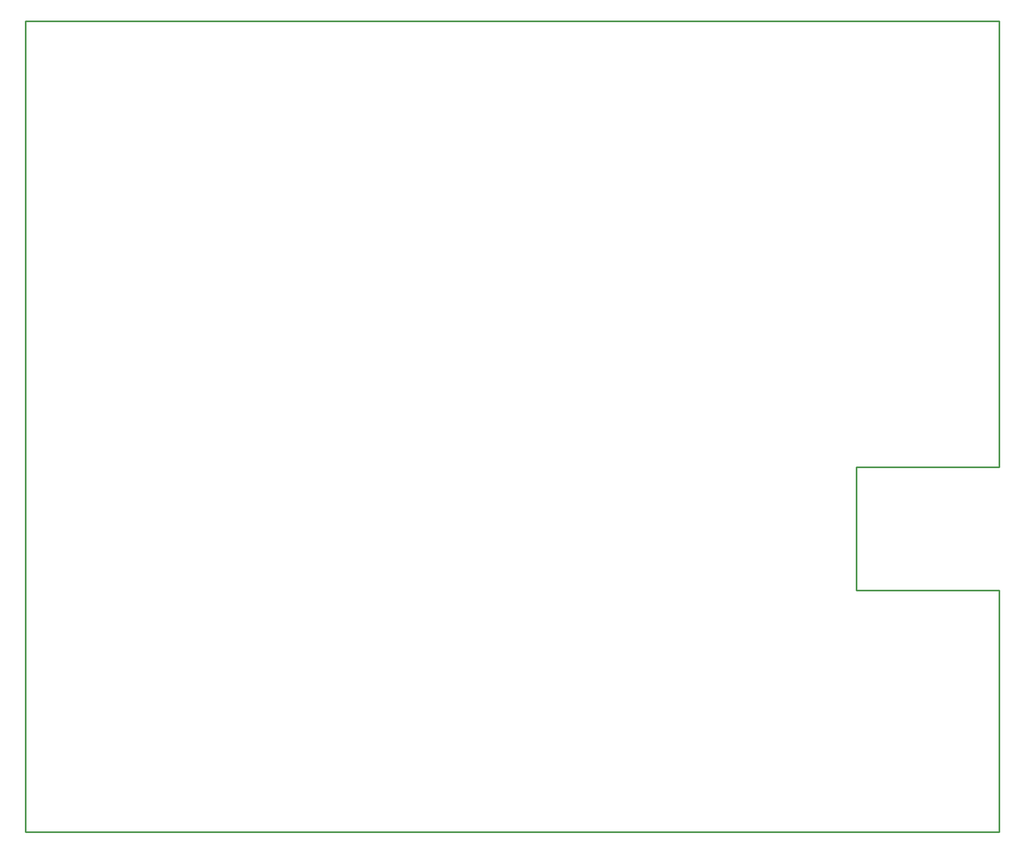
<source format=gbp>
G04*
G04 #@! TF.GenerationSoftware,Altium Limited,Altium Designer,22.1.2 (22)*
G04*
G04 Layer_Color=128*
%FSLAX25Y25*%
%MOIN*%
G70*
G04*
G04 #@! TF.SameCoordinates,AC397A93-C031-4B05-9AA3-ADDC1FD7FCD6*
G04*
G04*
G04 #@! TF.FilePolarity,Positive*
G04*
G01*
G75*
%ADD13C,0.01000*%
D13*
X600000D01*
Y149000D01*
X512000D02*
X600000D01*
X512000D02*
Y225000D01*
X600000D01*
Y500000D01*
X0D02*
X600000D01*
X0Y0D02*
Y500000D01*
M02*

</source>
